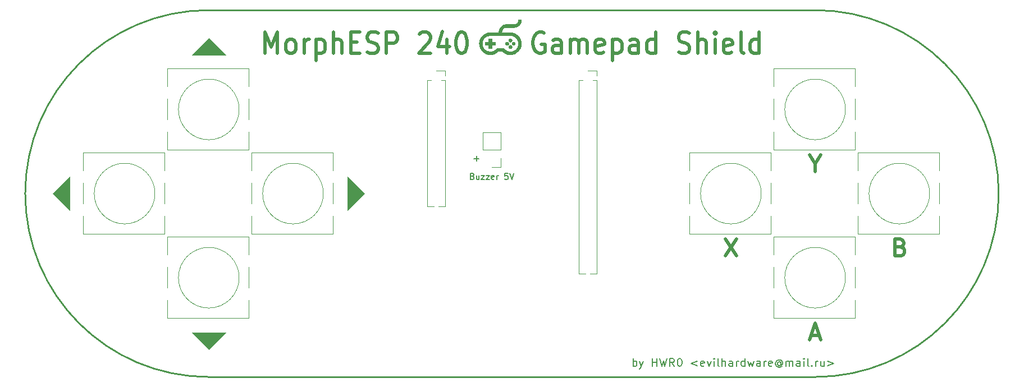
<source format=gbr>
%TF.GenerationSoftware,KiCad,Pcbnew,(5.1.8)-1*%
%TF.CreationDate,2020-11-24T01:58:45+03:00*%
%TF.ProjectId,mesp240_gamepadshield,6d657370-3234-4305-9f67-616d65706164,rev?*%
%TF.SameCoordinates,Original*%
%TF.FileFunction,Legend,Top*%
%TF.FilePolarity,Positive*%
%FSLAX46Y46*%
G04 Gerber Fmt 4.6, Leading zero omitted, Abs format (unit mm)*
G04 Created by KiCad (PCBNEW (5.1.8)-1) date 2020-11-24 01:58:45*
%MOMM*%
%LPD*%
G01*
G04 APERTURE LIST*
%ADD10C,0.100000*%
%ADD11C,0.500000*%
%ADD12C,0.250000*%
%ADD13C,0.150000*%
%ADD14C,0.200000*%
%ADD15C,0.120000*%
%ADD16C,0.010000*%
G04 APERTURE END LIST*
D10*
G36*
X95250000Y-130175000D02*
G01*
X92710000Y-127635000D01*
X97790000Y-127635000D01*
X95250000Y-130175000D01*
G37*
X95250000Y-130175000D02*
X92710000Y-127635000D01*
X97790000Y-127635000D01*
X95250000Y-130175000D01*
G36*
X118745000Y-106680000D02*
G01*
X116205000Y-109220000D01*
X116205000Y-104140000D01*
X118745000Y-106680000D01*
G37*
X118745000Y-106680000D02*
X116205000Y-109220000D01*
X116205000Y-104140000D01*
X118745000Y-106680000D01*
G36*
X97790000Y-85725000D02*
G01*
X92710000Y-85725000D01*
X95250000Y-83185000D01*
X97790000Y-85725000D01*
G37*
X97790000Y-85725000D02*
X92710000Y-85725000D01*
X95250000Y-83185000D01*
X97790000Y-85725000D01*
G36*
X74295000Y-109220000D02*
G01*
X71755000Y-106680000D01*
X74295000Y-104140000D01*
X74295000Y-109220000D01*
G37*
X74295000Y-109220000D02*
X71755000Y-106680000D01*
X74295000Y-104140000D01*
X74295000Y-109220000D01*
D11*
X186690000Y-102175476D02*
X186690000Y-103365952D01*
X185856666Y-100865952D02*
X186690000Y-102175476D01*
X187523333Y-100865952D01*
X199568571Y-114756428D02*
X199925714Y-114875476D01*
X200044761Y-114994523D01*
X200163809Y-115232619D01*
X200163809Y-115589761D01*
X200044761Y-115827857D01*
X199925714Y-115946904D01*
X199687619Y-116065952D01*
X198735238Y-116065952D01*
X198735238Y-113565952D01*
X199568571Y-113565952D01*
X199806666Y-113685000D01*
X199925714Y-113804047D01*
X200044761Y-114042142D01*
X200044761Y-114280238D01*
X199925714Y-114518333D01*
X199806666Y-114637380D01*
X199568571Y-114756428D01*
X198735238Y-114756428D01*
X186094761Y-128051666D02*
X187285238Y-128051666D01*
X185856666Y-128765952D02*
X186690000Y-126265952D01*
X187523333Y-128765952D01*
X173156666Y-113565952D02*
X174823333Y-116065952D01*
X174823333Y-113565952D02*
X173156666Y-116065952D01*
D12*
X95250000Y-134366000D02*
X186690000Y-134366000D01*
X95250000Y-78994000D02*
X186690000Y-78994000D01*
X186690000Y-78994000D02*
G75*
G02*
X186690000Y-134366000I0J-27686000D01*
G01*
X95250000Y-134366000D02*
G75*
G02*
X95250000Y-78994000I0J27686000D01*
G01*
D13*
X135255047Y-101417428D02*
X136016952Y-101417428D01*
X135636000Y-101798380D02*
X135636000Y-101036476D01*
X135029142Y-104075714D02*
X135157714Y-104118571D01*
X135200571Y-104161428D01*
X135243428Y-104247142D01*
X135243428Y-104375714D01*
X135200571Y-104461428D01*
X135157714Y-104504285D01*
X135072000Y-104547142D01*
X134729142Y-104547142D01*
X134729142Y-103647142D01*
X135029142Y-103647142D01*
X135114857Y-103690000D01*
X135157714Y-103732857D01*
X135200571Y-103818571D01*
X135200571Y-103904285D01*
X135157714Y-103990000D01*
X135114857Y-104032857D01*
X135029142Y-104075714D01*
X134729142Y-104075714D01*
X136014857Y-103947142D02*
X136014857Y-104547142D01*
X135629142Y-103947142D02*
X135629142Y-104418571D01*
X135672000Y-104504285D01*
X135757714Y-104547142D01*
X135886285Y-104547142D01*
X135972000Y-104504285D01*
X136014857Y-104461428D01*
X136357714Y-103947142D02*
X136829142Y-103947142D01*
X136357714Y-104547142D01*
X136829142Y-104547142D01*
X137086285Y-103947142D02*
X137557714Y-103947142D01*
X137086285Y-104547142D01*
X137557714Y-104547142D01*
X138243428Y-104504285D02*
X138157714Y-104547142D01*
X137986285Y-104547142D01*
X137900571Y-104504285D01*
X137857714Y-104418571D01*
X137857714Y-104075714D01*
X137900571Y-103990000D01*
X137986285Y-103947142D01*
X138157714Y-103947142D01*
X138243428Y-103990000D01*
X138286285Y-104075714D01*
X138286285Y-104161428D01*
X137857714Y-104247142D01*
X138672000Y-104547142D02*
X138672000Y-103947142D01*
X138672000Y-104118571D02*
X138714857Y-104032857D01*
X138757714Y-103990000D01*
X138843428Y-103947142D01*
X138929142Y-103947142D01*
X140343428Y-103647142D02*
X139914857Y-103647142D01*
X139872000Y-104075714D01*
X139914857Y-104032857D01*
X140000571Y-103990000D01*
X140214857Y-103990000D01*
X140300571Y-104032857D01*
X140343428Y-104075714D01*
X140386285Y-104161428D01*
X140386285Y-104375714D01*
X140343428Y-104461428D01*
X140300571Y-104504285D01*
X140214857Y-104547142D01*
X140000571Y-104547142D01*
X139914857Y-104504285D01*
X139872000Y-104461428D01*
X140643428Y-103647142D02*
X140943428Y-104547142D01*
X141243428Y-103647142D01*
D14*
X159228142Y-132749857D02*
X159228142Y-131549857D01*
X159228142Y-132007000D02*
X159342428Y-131949857D01*
X159571000Y-131949857D01*
X159685285Y-132007000D01*
X159742428Y-132064142D01*
X159799571Y-132178428D01*
X159799571Y-132521285D01*
X159742428Y-132635571D01*
X159685285Y-132692714D01*
X159571000Y-132749857D01*
X159342428Y-132749857D01*
X159228142Y-132692714D01*
X160199571Y-131949857D02*
X160485285Y-132749857D01*
X160771000Y-131949857D02*
X160485285Y-132749857D01*
X160371000Y-133035571D01*
X160313857Y-133092714D01*
X160199571Y-133149857D01*
X162142428Y-132749857D02*
X162142428Y-131549857D01*
X162142428Y-132121285D02*
X162828142Y-132121285D01*
X162828142Y-132749857D02*
X162828142Y-131549857D01*
X163285285Y-131549857D02*
X163571000Y-132749857D01*
X163799571Y-131892714D01*
X164028142Y-132749857D01*
X164313857Y-131549857D01*
X165456714Y-132749857D02*
X165056714Y-132178428D01*
X164771000Y-132749857D02*
X164771000Y-131549857D01*
X165228142Y-131549857D01*
X165342428Y-131607000D01*
X165399571Y-131664142D01*
X165456714Y-131778428D01*
X165456714Y-131949857D01*
X165399571Y-132064142D01*
X165342428Y-132121285D01*
X165228142Y-132178428D01*
X164771000Y-132178428D01*
X166199571Y-131549857D02*
X166313857Y-131549857D01*
X166428142Y-131607000D01*
X166485285Y-131664142D01*
X166542428Y-131778428D01*
X166599571Y-132007000D01*
X166599571Y-132292714D01*
X166542428Y-132521285D01*
X166485285Y-132635571D01*
X166428142Y-132692714D01*
X166313857Y-132749857D01*
X166199571Y-132749857D01*
X166085285Y-132692714D01*
X166028142Y-132635571D01*
X165971000Y-132521285D01*
X165913857Y-132292714D01*
X165913857Y-132007000D01*
X165971000Y-131778428D01*
X166028142Y-131664142D01*
X166085285Y-131607000D01*
X166199571Y-131549857D01*
X168942428Y-131949857D02*
X168028142Y-132292714D01*
X168942428Y-132635571D01*
X169971000Y-132692714D02*
X169856714Y-132749857D01*
X169628142Y-132749857D01*
X169513857Y-132692714D01*
X169456714Y-132578428D01*
X169456714Y-132121285D01*
X169513857Y-132007000D01*
X169628142Y-131949857D01*
X169856714Y-131949857D01*
X169971000Y-132007000D01*
X170028142Y-132121285D01*
X170028142Y-132235571D01*
X169456714Y-132349857D01*
X170428142Y-131949857D02*
X170713857Y-132749857D01*
X170999571Y-131949857D01*
X171456714Y-132749857D02*
X171456714Y-131949857D01*
X171456714Y-131549857D02*
X171399571Y-131607000D01*
X171456714Y-131664142D01*
X171513857Y-131607000D01*
X171456714Y-131549857D01*
X171456714Y-131664142D01*
X172199571Y-132749857D02*
X172085285Y-132692714D01*
X172028142Y-132578428D01*
X172028142Y-131549857D01*
X172656714Y-132749857D02*
X172656714Y-131549857D01*
X173171000Y-132749857D02*
X173171000Y-132121285D01*
X173113857Y-132007000D01*
X172999571Y-131949857D01*
X172828142Y-131949857D01*
X172713857Y-132007000D01*
X172656714Y-132064142D01*
X174256714Y-132749857D02*
X174256714Y-132121285D01*
X174199571Y-132007000D01*
X174085285Y-131949857D01*
X173856714Y-131949857D01*
X173742428Y-132007000D01*
X174256714Y-132692714D02*
X174142428Y-132749857D01*
X173856714Y-132749857D01*
X173742428Y-132692714D01*
X173685285Y-132578428D01*
X173685285Y-132464142D01*
X173742428Y-132349857D01*
X173856714Y-132292714D01*
X174142428Y-132292714D01*
X174256714Y-132235571D01*
X174828142Y-132749857D02*
X174828142Y-131949857D01*
X174828142Y-132178428D02*
X174885285Y-132064142D01*
X174942428Y-132007000D01*
X175056714Y-131949857D01*
X175171000Y-131949857D01*
X176085285Y-132749857D02*
X176085285Y-131549857D01*
X176085285Y-132692714D02*
X175971000Y-132749857D01*
X175742428Y-132749857D01*
X175628142Y-132692714D01*
X175571000Y-132635571D01*
X175513857Y-132521285D01*
X175513857Y-132178428D01*
X175571000Y-132064142D01*
X175628142Y-132007000D01*
X175742428Y-131949857D01*
X175971000Y-131949857D01*
X176085285Y-132007000D01*
X176542428Y-131949857D02*
X176771000Y-132749857D01*
X176999571Y-132178428D01*
X177228142Y-132749857D01*
X177456714Y-131949857D01*
X178428142Y-132749857D02*
X178428142Y-132121285D01*
X178371000Y-132007000D01*
X178256714Y-131949857D01*
X178028142Y-131949857D01*
X177913857Y-132007000D01*
X178428142Y-132692714D02*
X178313857Y-132749857D01*
X178028142Y-132749857D01*
X177913857Y-132692714D01*
X177856714Y-132578428D01*
X177856714Y-132464142D01*
X177913857Y-132349857D01*
X178028142Y-132292714D01*
X178313857Y-132292714D01*
X178428142Y-132235571D01*
X178999571Y-132749857D02*
X178999571Y-131949857D01*
X178999571Y-132178428D02*
X179056714Y-132064142D01*
X179113857Y-132007000D01*
X179228142Y-131949857D01*
X179342428Y-131949857D01*
X180199571Y-132692714D02*
X180085285Y-132749857D01*
X179856714Y-132749857D01*
X179742428Y-132692714D01*
X179685285Y-132578428D01*
X179685285Y-132121285D01*
X179742428Y-132007000D01*
X179856714Y-131949857D01*
X180085285Y-131949857D01*
X180199571Y-132007000D01*
X180256714Y-132121285D01*
X180256714Y-132235571D01*
X179685285Y-132349857D01*
X181513857Y-132178428D02*
X181456714Y-132121285D01*
X181342428Y-132064142D01*
X181228142Y-132064142D01*
X181113857Y-132121285D01*
X181056714Y-132178428D01*
X180999571Y-132292714D01*
X180999571Y-132407000D01*
X181056714Y-132521285D01*
X181113857Y-132578428D01*
X181228142Y-132635571D01*
X181342428Y-132635571D01*
X181456714Y-132578428D01*
X181513857Y-132521285D01*
X181513857Y-132064142D02*
X181513857Y-132521285D01*
X181571000Y-132578428D01*
X181628142Y-132578428D01*
X181742428Y-132521285D01*
X181799571Y-132407000D01*
X181799571Y-132121285D01*
X181685285Y-131949857D01*
X181513857Y-131835571D01*
X181285285Y-131778428D01*
X181056714Y-131835571D01*
X180885285Y-131949857D01*
X180771000Y-132121285D01*
X180713857Y-132349857D01*
X180771000Y-132578428D01*
X180885285Y-132749857D01*
X181056714Y-132864142D01*
X181285285Y-132921285D01*
X181513857Y-132864142D01*
X181685285Y-132749857D01*
X182313857Y-132749857D02*
X182313857Y-131949857D01*
X182313857Y-132064142D02*
X182371000Y-132007000D01*
X182485285Y-131949857D01*
X182656714Y-131949857D01*
X182771000Y-132007000D01*
X182828142Y-132121285D01*
X182828142Y-132749857D01*
X182828142Y-132121285D02*
X182885285Y-132007000D01*
X182999571Y-131949857D01*
X183171000Y-131949857D01*
X183285285Y-132007000D01*
X183342428Y-132121285D01*
X183342428Y-132749857D01*
X184428142Y-132749857D02*
X184428142Y-132121285D01*
X184371000Y-132007000D01*
X184256714Y-131949857D01*
X184028142Y-131949857D01*
X183913857Y-132007000D01*
X184428142Y-132692714D02*
X184313857Y-132749857D01*
X184028142Y-132749857D01*
X183913857Y-132692714D01*
X183856714Y-132578428D01*
X183856714Y-132464142D01*
X183913857Y-132349857D01*
X184028142Y-132292714D01*
X184313857Y-132292714D01*
X184428142Y-132235571D01*
X184999571Y-132749857D02*
X184999571Y-131949857D01*
X184999571Y-131549857D02*
X184942428Y-131607000D01*
X184999571Y-131664142D01*
X185056714Y-131607000D01*
X184999571Y-131549857D01*
X184999571Y-131664142D01*
X185742428Y-132749857D02*
X185628142Y-132692714D01*
X185571000Y-132578428D01*
X185571000Y-131549857D01*
X186199571Y-132635571D02*
X186256714Y-132692714D01*
X186199571Y-132749857D01*
X186142428Y-132692714D01*
X186199571Y-132635571D01*
X186199571Y-132749857D01*
X186771000Y-132749857D02*
X186771000Y-131949857D01*
X186771000Y-132178428D02*
X186828142Y-132064142D01*
X186885285Y-132007000D01*
X186999571Y-131949857D01*
X187113857Y-131949857D01*
X188028142Y-131949857D02*
X188028142Y-132749857D01*
X187513857Y-131949857D02*
X187513857Y-132578428D01*
X187571000Y-132692714D01*
X187685285Y-132749857D01*
X187856714Y-132749857D01*
X187971000Y-132692714D01*
X188028142Y-132635571D01*
X188599571Y-131949857D02*
X189513857Y-132292714D01*
X188599571Y-132635571D01*
D11*
X103684285Y-85521619D02*
X103684285Y-82321619D01*
X104650952Y-84607333D01*
X105617619Y-82321619D01*
X105617619Y-85521619D01*
X107412857Y-85521619D02*
X107136666Y-85369238D01*
X106998571Y-85216857D01*
X106860476Y-84912095D01*
X106860476Y-83997809D01*
X106998571Y-83693047D01*
X107136666Y-83540666D01*
X107412857Y-83388285D01*
X107827142Y-83388285D01*
X108103333Y-83540666D01*
X108241428Y-83693047D01*
X108379523Y-83997809D01*
X108379523Y-84912095D01*
X108241428Y-85216857D01*
X108103333Y-85369238D01*
X107827142Y-85521619D01*
X107412857Y-85521619D01*
X109622380Y-85521619D02*
X109622380Y-83388285D01*
X109622380Y-83997809D02*
X109760476Y-83693047D01*
X109898571Y-83540666D01*
X110174761Y-83388285D01*
X110450952Y-83388285D01*
X111417619Y-83388285D02*
X111417619Y-86588285D01*
X111417619Y-83540666D02*
X111693809Y-83388285D01*
X112246190Y-83388285D01*
X112522380Y-83540666D01*
X112660476Y-83693047D01*
X112798571Y-83997809D01*
X112798571Y-84912095D01*
X112660476Y-85216857D01*
X112522380Y-85369238D01*
X112246190Y-85521619D01*
X111693809Y-85521619D01*
X111417619Y-85369238D01*
X114041428Y-85521619D02*
X114041428Y-82321619D01*
X115284285Y-85521619D02*
X115284285Y-83845428D01*
X115146190Y-83540666D01*
X114870000Y-83388285D01*
X114455714Y-83388285D01*
X114179523Y-83540666D01*
X114041428Y-83693047D01*
X116665238Y-83845428D02*
X117631904Y-83845428D01*
X118046190Y-85521619D02*
X116665238Y-85521619D01*
X116665238Y-82321619D01*
X118046190Y-82321619D01*
X119150952Y-85369238D02*
X119565238Y-85521619D01*
X120255714Y-85521619D01*
X120531904Y-85369238D01*
X120670000Y-85216857D01*
X120808095Y-84912095D01*
X120808095Y-84607333D01*
X120670000Y-84302571D01*
X120531904Y-84150190D01*
X120255714Y-83997809D01*
X119703333Y-83845428D01*
X119427142Y-83693047D01*
X119289047Y-83540666D01*
X119150952Y-83235904D01*
X119150952Y-82931142D01*
X119289047Y-82626380D01*
X119427142Y-82474000D01*
X119703333Y-82321619D01*
X120393809Y-82321619D01*
X120808095Y-82474000D01*
X122050952Y-85521619D02*
X122050952Y-82321619D01*
X123155714Y-82321619D01*
X123431904Y-82474000D01*
X123570000Y-82626380D01*
X123708095Y-82931142D01*
X123708095Y-83388285D01*
X123570000Y-83693047D01*
X123431904Y-83845428D01*
X123155714Y-83997809D01*
X122050952Y-83997809D01*
X127022380Y-82626380D02*
X127160476Y-82474000D01*
X127436666Y-82321619D01*
X128127142Y-82321619D01*
X128403333Y-82474000D01*
X128541428Y-82626380D01*
X128679523Y-82931142D01*
X128679523Y-83235904D01*
X128541428Y-83693047D01*
X126884285Y-85521619D01*
X128679523Y-85521619D01*
X131165238Y-83388285D02*
X131165238Y-85521619D01*
X130474761Y-82169238D02*
X129784285Y-84454952D01*
X131579523Y-84454952D01*
X133236666Y-82321619D02*
X133512857Y-82321619D01*
X133789047Y-82474000D01*
X133927142Y-82626380D01*
X134065238Y-82931142D01*
X134203333Y-83540666D01*
X134203333Y-84302571D01*
X134065238Y-84912095D01*
X133927142Y-85216857D01*
X133789047Y-85369238D01*
X133512857Y-85521619D01*
X133236666Y-85521619D01*
X132960476Y-85369238D01*
X132822380Y-85216857D01*
X132684285Y-84912095D01*
X132546190Y-84302571D01*
X132546190Y-83540666D01*
X132684285Y-82931142D01*
X132822380Y-82626380D01*
X132960476Y-82474000D01*
X133236666Y-82321619D01*
X145803333Y-82474000D02*
X145527142Y-82321619D01*
X145112857Y-82321619D01*
X144698571Y-82474000D01*
X144422380Y-82778761D01*
X144284285Y-83083523D01*
X144146190Y-83693047D01*
X144146190Y-84150190D01*
X144284285Y-84759714D01*
X144422380Y-85064476D01*
X144698571Y-85369238D01*
X145112857Y-85521619D01*
X145389047Y-85521619D01*
X145803333Y-85369238D01*
X145941428Y-85216857D01*
X145941428Y-84150190D01*
X145389047Y-84150190D01*
X148427142Y-85521619D02*
X148427142Y-83845428D01*
X148289047Y-83540666D01*
X148012857Y-83388285D01*
X147460476Y-83388285D01*
X147184285Y-83540666D01*
X148427142Y-85369238D02*
X148150952Y-85521619D01*
X147460476Y-85521619D01*
X147184285Y-85369238D01*
X147046190Y-85064476D01*
X147046190Y-84759714D01*
X147184285Y-84454952D01*
X147460476Y-84302571D01*
X148150952Y-84302571D01*
X148427142Y-84150190D01*
X149808095Y-85521619D02*
X149808095Y-83388285D01*
X149808095Y-83693047D02*
X149946190Y-83540666D01*
X150222380Y-83388285D01*
X150636666Y-83388285D01*
X150912857Y-83540666D01*
X151050952Y-83845428D01*
X151050952Y-85521619D01*
X151050952Y-83845428D02*
X151189047Y-83540666D01*
X151465238Y-83388285D01*
X151879523Y-83388285D01*
X152155714Y-83540666D01*
X152293809Y-83845428D01*
X152293809Y-85521619D01*
X154779523Y-85369238D02*
X154503333Y-85521619D01*
X153950952Y-85521619D01*
X153674761Y-85369238D01*
X153536666Y-85064476D01*
X153536666Y-83845428D01*
X153674761Y-83540666D01*
X153950952Y-83388285D01*
X154503333Y-83388285D01*
X154779523Y-83540666D01*
X154917619Y-83845428D01*
X154917619Y-84150190D01*
X153536666Y-84454952D01*
X156160476Y-83388285D02*
X156160476Y-86588285D01*
X156160476Y-83540666D02*
X156436666Y-83388285D01*
X156989047Y-83388285D01*
X157265238Y-83540666D01*
X157403333Y-83693047D01*
X157541428Y-83997809D01*
X157541428Y-84912095D01*
X157403333Y-85216857D01*
X157265238Y-85369238D01*
X156989047Y-85521619D01*
X156436666Y-85521619D01*
X156160476Y-85369238D01*
X160027142Y-85521619D02*
X160027142Y-83845428D01*
X159889047Y-83540666D01*
X159612857Y-83388285D01*
X159060476Y-83388285D01*
X158784285Y-83540666D01*
X160027142Y-85369238D02*
X159750952Y-85521619D01*
X159060476Y-85521619D01*
X158784285Y-85369238D01*
X158646190Y-85064476D01*
X158646190Y-84759714D01*
X158784285Y-84454952D01*
X159060476Y-84302571D01*
X159750952Y-84302571D01*
X160027142Y-84150190D01*
X162650952Y-85521619D02*
X162650952Y-82321619D01*
X162650952Y-85369238D02*
X162374761Y-85521619D01*
X161822380Y-85521619D01*
X161546190Y-85369238D01*
X161408095Y-85216857D01*
X161269999Y-84912095D01*
X161269999Y-83997809D01*
X161408095Y-83693047D01*
X161546190Y-83540666D01*
X161822380Y-83388285D01*
X162374761Y-83388285D01*
X162650952Y-83540666D01*
X166103333Y-85369238D02*
X166517619Y-85521619D01*
X167208095Y-85521619D01*
X167484285Y-85369238D01*
X167622380Y-85216857D01*
X167760476Y-84912095D01*
X167760476Y-84607333D01*
X167622380Y-84302571D01*
X167484285Y-84150190D01*
X167208095Y-83997809D01*
X166655714Y-83845428D01*
X166379523Y-83693047D01*
X166241428Y-83540666D01*
X166103333Y-83235904D01*
X166103333Y-82931142D01*
X166241428Y-82626380D01*
X166379523Y-82474000D01*
X166655714Y-82321619D01*
X167346190Y-82321619D01*
X167760476Y-82474000D01*
X169003333Y-85521619D02*
X169003333Y-82321619D01*
X170246190Y-85521619D02*
X170246190Y-83845428D01*
X170108095Y-83540666D01*
X169831904Y-83388285D01*
X169417619Y-83388285D01*
X169141428Y-83540666D01*
X169003333Y-83693047D01*
X171627142Y-85521619D02*
X171627142Y-83388285D01*
X171627142Y-82321619D02*
X171489047Y-82474000D01*
X171627142Y-82626380D01*
X171765238Y-82474000D01*
X171627142Y-82321619D01*
X171627142Y-82626380D01*
X174112857Y-85369238D02*
X173836666Y-85521619D01*
X173284285Y-85521619D01*
X173008095Y-85369238D01*
X172869999Y-85064476D01*
X172869999Y-83845428D01*
X173008095Y-83540666D01*
X173284285Y-83388285D01*
X173836666Y-83388285D01*
X174112857Y-83540666D01*
X174250952Y-83845428D01*
X174250952Y-84150190D01*
X172869999Y-84454952D01*
X175908095Y-85521619D02*
X175631904Y-85369238D01*
X175493809Y-85064476D01*
X175493809Y-82321619D01*
X178255714Y-85521619D02*
X178255714Y-82321619D01*
X178255714Y-85369238D02*
X177979523Y-85521619D01*
X177427142Y-85521619D01*
X177150952Y-85369238D01*
X177012857Y-85216857D01*
X176874761Y-84912095D01*
X176874761Y-83997809D01*
X177012857Y-83693047D01*
X177150952Y-83540666D01*
X177427142Y-83388285D01*
X177979523Y-83388285D01*
X178255714Y-83540666D01*
D15*
%TO.C,SW8*%
X180440000Y-113190000D02*
X192740000Y-113190000D01*
X192740000Y-117770000D02*
X192740000Y-120910000D01*
X192740000Y-125490000D02*
X180440000Y-125490000D01*
X180440000Y-115910000D02*
X180440000Y-113190000D01*
X191269050Y-119380000D02*
G75*
G03*
X191269050Y-119380000I-4579050J0D01*
G01*
X180440000Y-125490000D02*
X180440000Y-122770000D01*
X180440000Y-120910000D02*
X180440000Y-117770000D01*
X192740000Y-122770000D02*
X192740000Y-125490000D01*
X192740000Y-113190000D02*
X192740000Y-115910000D01*
%TO.C,SW7*%
X180440000Y-87790000D02*
X192740000Y-87790000D01*
X192740000Y-92370000D02*
X192740000Y-95510000D01*
X192740000Y-100090000D02*
X180440000Y-100090000D01*
X180440000Y-90510000D02*
X180440000Y-87790000D01*
X191269050Y-93980000D02*
G75*
G03*
X191269050Y-93980000I-4579050J0D01*
G01*
X180440000Y-100090000D02*
X180440000Y-97370000D01*
X180440000Y-95510000D02*
X180440000Y-92370000D01*
X192740000Y-97370000D02*
X192740000Y-100090000D01*
X192740000Y-87790000D02*
X192740000Y-90510000D01*
%TO.C,SW6*%
X167740000Y-100490000D02*
X180040000Y-100490000D01*
X180040000Y-105070000D02*
X180040000Y-108210000D01*
X180040000Y-112790000D02*
X167740000Y-112790000D01*
X167740000Y-103210000D02*
X167740000Y-100490000D01*
X178569050Y-106680000D02*
G75*
G03*
X178569050Y-106680000I-4579050J0D01*
G01*
X167740000Y-112790000D02*
X167740000Y-110070000D01*
X167740000Y-108210000D02*
X167740000Y-105070000D01*
X180040000Y-110070000D02*
X180040000Y-112790000D01*
X180040000Y-100490000D02*
X180040000Y-103210000D01*
%TO.C,SW5*%
X193140000Y-100490000D02*
X205440000Y-100490000D01*
X205440000Y-105070000D02*
X205440000Y-108210000D01*
X205440000Y-112790000D02*
X193140000Y-112790000D01*
X193140000Y-103210000D02*
X193140000Y-100490000D01*
X203969050Y-106680000D02*
G75*
G03*
X203969050Y-106680000I-4579050J0D01*
G01*
X193140000Y-112790000D02*
X193140000Y-110070000D01*
X193140000Y-108210000D02*
X193140000Y-105070000D01*
X205440000Y-110070000D02*
X205440000Y-112790000D01*
X205440000Y-100490000D02*
X205440000Y-103210000D01*
%TO.C,SW4*%
X89000000Y-87790000D02*
X101300000Y-87790000D01*
X101300000Y-92370000D02*
X101300000Y-95510000D01*
X101300000Y-100090000D02*
X89000000Y-100090000D01*
X89000000Y-90510000D02*
X89000000Y-87790000D01*
X99829050Y-93980000D02*
G75*
G03*
X99829050Y-93980000I-4579050J0D01*
G01*
X89000000Y-100090000D02*
X89000000Y-97370000D01*
X89000000Y-95510000D02*
X89000000Y-92370000D01*
X101300000Y-97370000D02*
X101300000Y-100090000D01*
X101300000Y-87790000D02*
X101300000Y-90510000D01*
%TO.C,SW3*%
X101700000Y-100490000D02*
X114000000Y-100490000D01*
X114000000Y-105070000D02*
X114000000Y-108210000D01*
X114000000Y-112790000D02*
X101700000Y-112790000D01*
X101700000Y-103210000D02*
X101700000Y-100490000D01*
X112529050Y-106680000D02*
G75*
G03*
X112529050Y-106680000I-4579050J0D01*
G01*
X101700000Y-112790000D02*
X101700000Y-110070000D01*
X101700000Y-108210000D02*
X101700000Y-105070000D01*
X114000000Y-110070000D02*
X114000000Y-112790000D01*
X114000000Y-100490000D02*
X114000000Y-103210000D01*
%TO.C,SW2*%
X76300000Y-100490000D02*
X88600000Y-100490000D01*
X88600000Y-105070000D02*
X88600000Y-108210000D01*
X88600000Y-112790000D02*
X76300000Y-112790000D01*
X76300000Y-103210000D02*
X76300000Y-100490000D01*
X87129050Y-106680000D02*
G75*
G03*
X87129050Y-106680000I-4579050J0D01*
G01*
X76300000Y-112790000D02*
X76300000Y-110070000D01*
X76300000Y-108210000D02*
X76300000Y-105070000D01*
X88600000Y-110070000D02*
X88600000Y-112790000D01*
X88600000Y-100490000D02*
X88600000Y-103210000D01*
%TO.C,SW1*%
X89000000Y-113190000D02*
X101300000Y-113190000D01*
X101300000Y-117770000D02*
X101300000Y-120910000D01*
X101300000Y-125490000D02*
X89000000Y-125490000D01*
X89000000Y-115910000D02*
X89000000Y-113190000D01*
X99829050Y-119380000D02*
G75*
G03*
X99829050Y-119380000I-4579050J0D01*
G01*
X89000000Y-125490000D02*
X89000000Y-122770000D01*
X89000000Y-120910000D02*
X89000000Y-117770000D01*
X101300000Y-122770000D02*
X101300000Y-125490000D01*
X101300000Y-113190000D02*
X101300000Y-115910000D01*
D16*
%TO.C,G\u002A\u002A\u002A*%
G36*
X140132999Y-82372805D02*
G01*
X140218564Y-82372838D01*
X140296998Y-82372898D01*
X140368636Y-82372989D01*
X140433815Y-82373110D01*
X140492872Y-82373263D01*
X140546143Y-82373449D01*
X140593965Y-82373669D01*
X140636674Y-82373926D01*
X140674607Y-82374219D01*
X140708099Y-82374551D01*
X140737488Y-82374922D01*
X140763111Y-82375334D01*
X140785302Y-82375788D01*
X140804400Y-82376284D01*
X140820740Y-82376826D01*
X140834659Y-82377413D01*
X140846493Y-82378047D01*
X140856579Y-82378729D01*
X140865254Y-82379461D01*
X140868400Y-82379767D01*
X140996277Y-82397741D01*
X141121413Y-82425369D01*
X141243363Y-82462406D01*
X141361680Y-82508609D01*
X141475919Y-82563735D01*
X141585635Y-82627538D01*
X141690382Y-82699777D01*
X141789713Y-82780206D01*
X141883183Y-82868582D01*
X141970347Y-82964661D01*
X141996872Y-82997040D01*
X142072547Y-83099748D01*
X142139448Y-83207149D01*
X142197501Y-83318689D01*
X142246632Y-83433813D01*
X142286766Y-83551965D01*
X142317830Y-83672591D01*
X142339749Y-83795136D01*
X142352449Y-83919045D01*
X142355856Y-84043764D01*
X142349895Y-84168737D01*
X142334493Y-84293409D01*
X142309575Y-84417227D01*
X142275067Y-84539634D01*
X142230895Y-84660076D01*
X142222076Y-84681121D01*
X142167510Y-84796099D01*
X142104403Y-84905995D01*
X142033234Y-85010391D01*
X141954483Y-85108869D01*
X141868629Y-85201010D01*
X141776152Y-85286396D01*
X141677532Y-85364609D01*
X141573246Y-85435229D01*
X141463777Y-85497839D01*
X141349602Y-85552021D01*
X141231201Y-85597355D01*
X141140180Y-85625225D01*
X141115443Y-85632015D01*
X141093799Y-85637840D01*
X141074267Y-85642772D01*
X141055868Y-85646879D01*
X141037621Y-85650233D01*
X141018546Y-85652901D01*
X140997664Y-85654955D01*
X140973993Y-85656465D01*
X140946554Y-85657499D01*
X140914366Y-85658129D01*
X140876450Y-85658424D01*
X140831825Y-85658453D01*
X140779511Y-85658287D01*
X140718529Y-85657996D01*
X140682980Y-85657818D01*
X140373100Y-85656285D01*
X140299913Y-85636878D01*
X140172624Y-85598600D01*
X140052289Y-85553077D01*
X139938598Y-85500171D01*
X139831246Y-85439742D01*
X139763500Y-85395523D01*
X139730853Y-85372041D01*
X139694041Y-85344031D01*
X139655714Y-85313626D01*
X139618523Y-85282959D01*
X139585117Y-85254164D01*
X139563838Y-85234795D01*
X139523321Y-85196680D01*
X138855328Y-85196680D01*
X138817478Y-85230970D01*
X138715699Y-85317638D01*
X138612395Y-85394480D01*
X138507027Y-85461781D01*
X138399055Y-85519824D01*
X138287941Y-85568896D01*
X138173144Y-85609281D01*
X138054126Y-85641264D01*
X138032122Y-85646171D01*
X137972972Y-85658960D01*
X137671896Y-85658595D01*
X137370820Y-85658231D01*
X137314940Y-85645418D01*
X137189514Y-85611590D01*
X137068350Y-85568782D01*
X136951826Y-85517352D01*
X136840321Y-85457659D01*
X136734214Y-85390062D01*
X136633884Y-85314919D01*
X136539710Y-85232590D01*
X136452070Y-85143433D01*
X136371344Y-85047806D01*
X136297910Y-84946068D01*
X136232147Y-84838579D01*
X136174434Y-84725696D01*
X136125151Y-84607778D01*
X136084674Y-84485185D01*
X136082894Y-84478958D01*
X136056333Y-84371848D01*
X136037021Y-84262403D01*
X136029353Y-84201026D01*
X136025759Y-84157193D01*
X136023518Y-84106532D01*
X136022589Y-84051444D01*
X136022742Y-84025740D01*
X136461711Y-84025740D01*
X136462128Y-84079737D01*
X136463732Y-84126330D01*
X136466831Y-84168238D01*
X136471730Y-84208179D01*
X136478737Y-84248869D01*
X136488159Y-84293028D01*
X136495245Y-84322920D01*
X136524148Y-84421111D01*
X136562505Y-84518321D01*
X136609619Y-84613189D01*
X136664792Y-84704360D01*
X136727324Y-84790475D01*
X136750017Y-84818220D01*
X136821052Y-84894881D01*
X136899313Y-84965334D01*
X136983834Y-85029059D01*
X137073650Y-85085533D01*
X137167795Y-85134236D01*
X137265305Y-85174646D01*
X137365212Y-85206242D01*
X137466551Y-85228503D01*
X137525760Y-85236949D01*
X137549128Y-85239616D01*
X137570704Y-85242087D01*
X137587089Y-85243973D01*
X137591800Y-85244519D01*
X137609080Y-85245590D01*
X137634327Y-85245923D01*
X137665380Y-85245599D01*
X137700079Y-85244702D01*
X137736265Y-85243311D01*
X137771776Y-85241509D01*
X137804453Y-85239377D01*
X137832135Y-85236998D01*
X137850880Y-85234729D01*
X137961046Y-85213400D01*
X138066485Y-85183215D01*
X138167743Y-85143943D01*
X138265369Y-85095355D01*
X138359909Y-85037220D01*
X138416605Y-84996740D01*
X138447657Y-84971963D01*
X138481765Y-84942349D01*
X138516980Y-84909791D01*
X138551350Y-84876185D01*
X138582924Y-84843424D01*
X138609752Y-84813403D01*
X138625580Y-84793832D01*
X138650980Y-84760384D01*
X139723168Y-84759800D01*
X139761114Y-84806123D01*
X139814842Y-84866301D01*
X139876407Y-84925774D01*
X139943555Y-84982629D01*
X140014034Y-85034955D01*
X140082198Y-85078829D01*
X140175931Y-85128684D01*
X140275415Y-85170388D01*
X140380087Y-85203747D01*
X140489382Y-85228569D01*
X140548360Y-85238110D01*
X140580408Y-85241388D01*
X140620028Y-85243558D01*
X140664693Y-85244644D01*
X140711878Y-85244667D01*
X140759057Y-85243650D01*
X140803704Y-85241615D01*
X140843293Y-85238584D01*
X140870940Y-85235263D01*
X140979898Y-85213926D01*
X141085492Y-85183310D01*
X141187199Y-85143796D01*
X141284497Y-85095766D01*
X141376866Y-85039601D01*
X141463783Y-84975683D01*
X141544725Y-84904394D01*
X141619173Y-84826115D01*
X141686603Y-84741227D01*
X141746494Y-84650113D01*
X141795445Y-84559140D01*
X141839447Y-84456860D01*
X141873715Y-84352282D01*
X141898257Y-84245983D01*
X141913084Y-84138545D01*
X141918204Y-84030545D01*
X141913627Y-83922564D01*
X141899362Y-83815179D01*
X141875418Y-83708972D01*
X141841805Y-83604520D01*
X141798533Y-83502404D01*
X141777783Y-83460929D01*
X141722696Y-83366475D01*
X141659750Y-83278051D01*
X141589524Y-83196040D01*
X141512595Y-83120827D01*
X141429540Y-83052798D01*
X141340936Y-82992335D01*
X141247362Y-82939824D01*
X141149394Y-82895650D01*
X141047610Y-82860197D01*
X140942588Y-82833850D01*
X140834905Y-82816993D01*
X140806718Y-82814227D01*
X140796777Y-82813629D01*
X140781202Y-82813075D01*
X140759766Y-82812564D01*
X140732239Y-82812097D01*
X140698394Y-82811671D01*
X140658000Y-82811288D01*
X140610829Y-82810946D01*
X140556653Y-82810644D01*
X140495243Y-82810383D01*
X140426370Y-82810161D01*
X140349805Y-82809978D01*
X140265320Y-82809834D01*
X140172686Y-82809727D01*
X140071674Y-82809658D01*
X139962056Y-82809625D01*
X139843602Y-82809629D01*
X139716084Y-82809668D01*
X139579273Y-82809742D01*
X139432941Y-82809851D01*
X139276859Y-82809993D01*
X139146280Y-82810130D01*
X138993598Y-82810290D01*
X138850729Y-82810430D01*
X138717322Y-82810556D01*
X138593029Y-82810677D01*
X138477502Y-82810799D01*
X138370391Y-82810929D01*
X138271349Y-82811076D01*
X138180026Y-82811246D01*
X138096074Y-82811447D01*
X138019145Y-82811686D01*
X137948890Y-82811971D01*
X137884959Y-82812308D01*
X137827005Y-82812705D01*
X137774679Y-82813170D01*
X137727632Y-82813710D01*
X137685516Y-82814332D01*
X137647982Y-82815043D01*
X137614681Y-82815852D01*
X137585265Y-82816764D01*
X137559385Y-82817788D01*
X137536693Y-82818931D01*
X137516840Y-82820200D01*
X137499476Y-82821603D01*
X137484255Y-82823146D01*
X137470827Y-82824838D01*
X137458843Y-82826685D01*
X137447955Y-82828696D01*
X137437814Y-82830876D01*
X137428071Y-82833234D01*
X137418379Y-82835777D01*
X137408387Y-82838513D01*
X137397749Y-82841448D01*
X137386115Y-82844590D01*
X137375172Y-82847432D01*
X137270660Y-82879116D01*
X137170289Y-82919799D01*
X137074536Y-82969003D01*
X136983880Y-83026249D01*
X136898800Y-83091058D01*
X136819773Y-83162953D01*
X136747279Y-83241454D01*
X136681795Y-83326083D01*
X136623801Y-83416362D01*
X136573775Y-83511813D01*
X136532195Y-83611956D01*
X136499540Y-83716314D01*
X136497210Y-83725292D01*
X136485731Y-83772544D01*
X136476911Y-83814985D01*
X136470436Y-83855260D01*
X136465994Y-83896015D01*
X136463272Y-83939897D01*
X136461958Y-83989553D01*
X136461711Y-84025740D01*
X136022742Y-84025740D01*
X136022929Y-83994332D01*
X136024497Y-83937598D01*
X136027252Y-83883644D01*
X136031152Y-83834872D01*
X136036156Y-83793684D01*
X136036429Y-83791899D01*
X136060820Y-83663243D01*
X136093388Y-83540240D01*
X136134461Y-83422124D01*
X136184368Y-83308132D01*
X136243437Y-83197498D01*
X136311996Y-83089459D01*
X136375641Y-83002120D01*
X136400912Y-82971247D01*
X136432344Y-82935805D01*
X136468159Y-82897570D01*
X136506582Y-82858319D01*
X136545838Y-82819826D01*
X136584149Y-82783868D01*
X136619741Y-82752220D01*
X136650838Y-82726659D01*
X136652000Y-82725761D01*
X136755718Y-82650937D01*
X136860927Y-82585587D01*
X136968618Y-82529284D01*
X137079783Y-82481602D01*
X137195416Y-82442115D01*
X137316509Y-82410398D01*
X137443337Y-82386138D01*
X137513060Y-82375029D01*
X139151360Y-82373414D01*
X139306091Y-82373265D01*
X139451000Y-82373134D01*
X139586421Y-82373023D01*
X139712692Y-82372933D01*
X139830149Y-82372865D01*
X139939128Y-82372820D01*
X140039966Y-82372800D01*
X140132999Y-82372805D01*
G37*
X140132999Y-82372805D02*
X140218564Y-82372838D01*
X140296998Y-82372898D01*
X140368636Y-82372989D01*
X140433815Y-82373110D01*
X140492872Y-82373263D01*
X140546143Y-82373449D01*
X140593965Y-82373669D01*
X140636674Y-82373926D01*
X140674607Y-82374219D01*
X140708099Y-82374551D01*
X140737488Y-82374922D01*
X140763111Y-82375334D01*
X140785302Y-82375788D01*
X140804400Y-82376284D01*
X140820740Y-82376826D01*
X140834659Y-82377413D01*
X140846493Y-82378047D01*
X140856579Y-82378729D01*
X140865254Y-82379461D01*
X140868400Y-82379767D01*
X140996277Y-82397741D01*
X141121413Y-82425369D01*
X141243363Y-82462406D01*
X141361680Y-82508609D01*
X141475919Y-82563735D01*
X141585635Y-82627538D01*
X141690382Y-82699777D01*
X141789713Y-82780206D01*
X141883183Y-82868582D01*
X141970347Y-82964661D01*
X141996872Y-82997040D01*
X142072547Y-83099748D01*
X142139448Y-83207149D01*
X142197501Y-83318689D01*
X142246632Y-83433813D01*
X142286766Y-83551965D01*
X142317830Y-83672591D01*
X142339749Y-83795136D01*
X142352449Y-83919045D01*
X142355856Y-84043764D01*
X142349895Y-84168737D01*
X142334493Y-84293409D01*
X142309575Y-84417227D01*
X142275067Y-84539634D01*
X142230895Y-84660076D01*
X142222076Y-84681121D01*
X142167510Y-84796099D01*
X142104403Y-84905995D01*
X142033234Y-85010391D01*
X141954483Y-85108869D01*
X141868629Y-85201010D01*
X141776152Y-85286396D01*
X141677532Y-85364609D01*
X141573246Y-85435229D01*
X141463777Y-85497839D01*
X141349602Y-85552021D01*
X141231201Y-85597355D01*
X141140180Y-85625225D01*
X141115443Y-85632015D01*
X141093799Y-85637840D01*
X141074267Y-85642772D01*
X141055868Y-85646879D01*
X141037621Y-85650233D01*
X141018546Y-85652901D01*
X140997664Y-85654955D01*
X140973993Y-85656465D01*
X140946554Y-85657499D01*
X140914366Y-85658129D01*
X140876450Y-85658424D01*
X140831825Y-85658453D01*
X140779511Y-85658287D01*
X140718529Y-85657996D01*
X140682980Y-85657818D01*
X140373100Y-85656285D01*
X140299913Y-85636878D01*
X140172624Y-85598600D01*
X140052289Y-85553077D01*
X139938598Y-85500171D01*
X139831246Y-85439742D01*
X139763500Y-85395523D01*
X139730853Y-85372041D01*
X139694041Y-85344031D01*
X139655714Y-85313626D01*
X139618523Y-85282959D01*
X139585117Y-85254164D01*
X139563838Y-85234795D01*
X139523321Y-85196680D01*
X138855328Y-85196680D01*
X138817478Y-85230970D01*
X138715699Y-85317638D01*
X138612395Y-85394480D01*
X138507027Y-85461781D01*
X138399055Y-85519824D01*
X138287941Y-85568896D01*
X138173144Y-85609281D01*
X138054126Y-85641264D01*
X138032122Y-85646171D01*
X137972972Y-85658960D01*
X137671896Y-85658595D01*
X137370820Y-85658231D01*
X137314940Y-85645418D01*
X137189514Y-85611590D01*
X137068350Y-85568782D01*
X136951826Y-85517352D01*
X136840321Y-85457659D01*
X136734214Y-85390062D01*
X136633884Y-85314919D01*
X136539710Y-85232590D01*
X136452070Y-85143433D01*
X136371344Y-85047806D01*
X136297910Y-84946068D01*
X136232147Y-84838579D01*
X136174434Y-84725696D01*
X136125151Y-84607778D01*
X136084674Y-84485185D01*
X136082894Y-84478958D01*
X136056333Y-84371848D01*
X136037021Y-84262403D01*
X136029353Y-84201026D01*
X136025759Y-84157193D01*
X136023518Y-84106532D01*
X136022589Y-84051444D01*
X136022742Y-84025740D01*
X136461711Y-84025740D01*
X136462128Y-84079737D01*
X136463732Y-84126330D01*
X136466831Y-84168238D01*
X136471730Y-84208179D01*
X136478737Y-84248869D01*
X136488159Y-84293028D01*
X136495245Y-84322920D01*
X136524148Y-84421111D01*
X136562505Y-84518321D01*
X136609619Y-84613189D01*
X136664792Y-84704360D01*
X136727324Y-84790475D01*
X136750017Y-84818220D01*
X136821052Y-84894881D01*
X136899313Y-84965334D01*
X136983834Y-85029059D01*
X137073650Y-85085533D01*
X137167795Y-85134236D01*
X137265305Y-85174646D01*
X137365212Y-85206242D01*
X137466551Y-85228503D01*
X137525760Y-85236949D01*
X137549128Y-85239616D01*
X137570704Y-85242087D01*
X137587089Y-85243973D01*
X137591800Y-85244519D01*
X137609080Y-85245590D01*
X137634327Y-85245923D01*
X137665380Y-85245599D01*
X137700079Y-85244702D01*
X137736265Y-85243311D01*
X137771776Y-85241509D01*
X137804453Y-85239377D01*
X137832135Y-85236998D01*
X137850880Y-85234729D01*
X137961046Y-85213400D01*
X138066485Y-85183215D01*
X138167743Y-85143943D01*
X138265369Y-85095355D01*
X138359909Y-85037220D01*
X138416605Y-84996740D01*
X138447657Y-84971963D01*
X138481765Y-84942349D01*
X138516980Y-84909791D01*
X138551350Y-84876185D01*
X138582924Y-84843424D01*
X138609752Y-84813403D01*
X138625580Y-84793832D01*
X138650980Y-84760384D01*
X139723168Y-84759800D01*
X139761114Y-84806123D01*
X139814842Y-84866301D01*
X139876407Y-84925774D01*
X139943555Y-84982629D01*
X140014034Y-85034955D01*
X140082198Y-85078829D01*
X140175931Y-85128684D01*
X140275415Y-85170388D01*
X140380087Y-85203747D01*
X140489382Y-85228569D01*
X140548360Y-85238110D01*
X140580408Y-85241388D01*
X140620028Y-85243558D01*
X140664693Y-85244644D01*
X140711878Y-85244667D01*
X140759057Y-85243650D01*
X140803704Y-85241615D01*
X140843293Y-85238584D01*
X140870940Y-85235263D01*
X140979898Y-85213926D01*
X141085492Y-85183310D01*
X141187199Y-85143796D01*
X141284497Y-85095766D01*
X141376866Y-85039601D01*
X141463783Y-84975683D01*
X141544725Y-84904394D01*
X141619173Y-84826115D01*
X141686603Y-84741227D01*
X141746494Y-84650113D01*
X141795445Y-84559140D01*
X141839447Y-84456860D01*
X141873715Y-84352282D01*
X141898257Y-84245983D01*
X141913084Y-84138545D01*
X141918204Y-84030545D01*
X141913627Y-83922564D01*
X141899362Y-83815179D01*
X141875418Y-83708972D01*
X141841805Y-83604520D01*
X141798533Y-83502404D01*
X141777783Y-83460929D01*
X141722696Y-83366475D01*
X141659750Y-83278051D01*
X141589524Y-83196040D01*
X141512595Y-83120827D01*
X141429540Y-83052798D01*
X141340936Y-82992335D01*
X141247362Y-82939824D01*
X141149394Y-82895650D01*
X141047610Y-82860197D01*
X140942588Y-82833850D01*
X140834905Y-82816993D01*
X140806718Y-82814227D01*
X140796777Y-82813629D01*
X140781202Y-82813075D01*
X140759766Y-82812564D01*
X140732239Y-82812097D01*
X140698394Y-82811671D01*
X140658000Y-82811288D01*
X140610829Y-82810946D01*
X140556653Y-82810644D01*
X140495243Y-82810383D01*
X140426370Y-82810161D01*
X140349805Y-82809978D01*
X140265320Y-82809834D01*
X140172686Y-82809727D01*
X140071674Y-82809658D01*
X139962056Y-82809625D01*
X139843602Y-82809629D01*
X139716084Y-82809668D01*
X139579273Y-82809742D01*
X139432941Y-82809851D01*
X139276859Y-82809993D01*
X139146280Y-82810130D01*
X138993598Y-82810290D01*
X138850729Y-82810430D01*
X138717322Y-82810556D01*
X138593029Y-82810677D01*
X138477502Y-82810799D01*
X138370391Y-82810929D01*
X138271349Y-82811076D01*
X138180026Y-82811246D01*
X138096074Y-82811447D01*
X138019145Y-82811686D01*
X137948890Y-82811971D01*
X137884959Y-82812308D01*
X137827005Y-82812705D01*
X137774679Y-82813170D01*
X137727632Y-82813710D01*
X137685516Y-82814332D01*
X137647982Y-82815043D01*
X137614681Y-82815852D01*
X137585265Y-82816764D01*
X137559385Y-82817788D01*
X137536693Y-82818931D01*
X137516840Y-82820200D01*
X137499476Y-82821603D01*
X137484255Y-82823146D01*
X137470827Y-82824838D01*
X137458843Y-82826685D01*
X137447955Y-82828696D01*
X137437814Y-82830876D01*
X137428071Y-82833234D01*
X137418379Y-82835777D01*
X137408387Y-82838513D01*
X137397749Y-82841448D01*
X137386115Y-82844590D01*
X137375172Y-82847432D01*
X137270660Y-82879116D01*
X137170289Y-82919799D01*
X137074536Y-82969003D01*
X136983880Y-83026249D01*
X136898800Y-83091058D01*
X136819773Y-83162953D01*
X136747279Y-83241454D01*
X136681795Y-83326083D01*
X136623801Y-83416362D01*
X136573775Y-83511813D01*
X136532195Y-83611956D01*
X136499540Y-83716314D01*
X136497210Y-83725292D01*
X136485731Y-83772544D01*
X136476911Y-83814985D01*
X136470436Y-83855260D01*
X136465994Y-83896015D01*
X136463272Y-83939897D01*
X136461958Y-83989553D01*
X136461711Y-84025740D01*
X136022742Y-84025740D01*
X136022929Y-83994332D01*
X136024497Y-83937598D01*
X136027252Y-83883644D01*
X136031152Y-83834872D01*
X136036156Y-83793684D01*
X136036429Y-83791899D01*
X136060820Y-83663243D01*
X136093388Y-83540240D01*
X136134461Y-83422124D01*
X136184368Y-83308132D01*
X136243437Y-83197498D01*
X136311996Y-83089459D01*
X136375641Y-83002120D01*
X136400912Y-82971247D01*
X136432344Y-82935805D01*
X136468159Y-82897570D01*
X136506582Y-82858319D01*
X136545838Y-82819826D01*
X136584149Y-82783868D01*
X136619741Y-82752220D01*
X136650838Y-82726659D01*
X136652000Y-82725761D01*
X136755718Y-82650937D01*
X136860927Y-82585587D01*
X136968618Y-82529284D01*
X137079783Y-82481602D01*
X137195416Y-82442115D01*
X137316509Y-82410398D01*
X137443337Y-82386138D01*
X137513060Y-82375029D01*
X139151360Y-82373414D01*
X139306091Y-82373265D01*
X139451000Y-82373134D01*
X139586421Y-82373023D01*
X139712692Y-82372933D01*
X139830149Y-82372865D01*
X139939128Y-82372820D01*
X140039966Y-82372800D01*
X140132999Y-82372805D01*
G36*
X142367000Y-80497419D02*
G01*
X142364794Y-80547624D01*
X142358509Y-80604006D01*
X142348643Y-80663670D01*
X142335694Y-80723724D01*
X142320162Y-80781273D01*
X142315574Y-80796053D01*
X142278866Y-80894360D01*
X142233302Y-80988234D01*
X142179399Y-81077121D01*
X142117668Y-81160464D01*
X142048625Y-81237708D01*
X141972783Y-81308298D01*
X141890656Y-81371679D01*
X141802757Y-81427294D01*
X141709601Y-81474588D01*
X141673580Y-81489999D01*
X141629872Y-81507020D01*
X141588709Y-81521257D01*
X141547467Y-81533429D01*
X141503527Y-81544255D01*
X141454264Y-81554453D01*
X141407079Y-81563021D01*
X141399232Y-81564232D01*
X141389997Y-81565334D01*
X141378842Y-81566333D01*
X141365235Y-81567240D01*
X141348644Y-81568062D01*
X141328539Y-81568808D01*
X141304386Y-81569486D01*
X141275655Y-81570104D01*
X141241814Y-81570671D01*
X141202331Y-81571195D01*
X141156675Y-81571685D01*
X141104314Y-81572149D01*
X141044716Y-81572596D01*
X140977351Y-81573033D01*
X140901685Y-81573469D01*
X140817189Y-81573913D01*
X140723329Y-81574373D01*
X140672820Y-81574612D01*
X140574085Y-81575064D01*
X140484958Y-81575469D01*
X140404887Y-81575850D01*
X140333319Y-81576230D01*
X140269702Y-81576632D01*
X140213484Y-81577079D01*
X140164113Y-81577596D01*
X140121036Y-81578205D01*
X140083702Y-81578929D01*
X140051558Y-81579792D01*
X140024053Y-81580817D01*
X140000634Y-81582027D01*
X139980748Y-81583446D01*
X139963844Y-81585097D01*
X139949370Y-81587003D01*
X139936773Y-81589187D01*
X139925501Y-81591672D01*
X139915003Y-81594483D01*
X139904725Y-81597642D01*
X139894116Y-81601172D01*
X139882624Y-81605098D01*
X139873056Y-81608327D01*
X139797045Y-81638916D01*
X139725906Y-81678100D01*
X139660281Y-81725237D01*
X139600813Y-81779682D01*
X139548145Y-81840795D01*
X139502920Y-81907930D01*
X139465782Y-81980446D01*
X139443731Y-82037650D01*
X139430551Y-82081970D01*
X139420231Y-82126684D01*
X139413350Y-82168796D01*
X139410487Y-82205312D01*
X139410440Y-82209889D01*
X139410719Y-82220796D01*
X139410977Y-82229818D01*
X139410339Y-82237133D01*
X139407932Y-82242918D01*
X139402884Y-82247350D01*
X139394320Y-82250607D01*
X139381368Y-82252865D01*
X139363155Y-82254303D01*
X139338807Y-82255096D01*
X139307451Y-82255423D01*
X139268214Y-82255460D01*
X139220223Y-82255385D01*
X139186376Y-82255360D01*
X138968480Y-82255360D01*
X138968497Y-82233770D01*
X138968972Y-82219817D01*
X138970245Y-82198856D01*
X138972109Y-82173985D01*
X138973848Y-82153760D01*
X138988382Y-82049242D01*
X139012398Y-81947601D01*
X139045497Y-81849383D01*
X139087277Y-81755135D01*
X139137337Y-81665404D01*
X139195278Y-81580738D01*
X139260697Y-81501683D01*
X139333194Y-81428787D01*
X139412368Y-81362597D01*
X139497819Y-81303659D01*
X139589144Y-81252521D01*
X139657048Y-81221368D01*
X139713088Y-81200049D01*
X139775060Y-81180226D01*
X139838736Y-81163156D01*
X139890500Y-81151856D01*
X139898608Y-81150333D01*
X139906679Y-81148957D01*
X139915255Y-81147718D01*
X139924883Y-81146605D01*
X139936107Y-81145608D01*
X139949471Y-81144717D01*
X139965521Y-81143921D01*
X139984801Y-81143210D01*
X140007857Y-81142573D01*
X140035232Y-81142001D01*
X140067471Y-81141482D01*
X140105120Y-81141008D01*
X140148724Y-81140566D01*
X140198826Y-81140148D01*
X140255972Y-81139742D01*
X140320707Y-81139338D01*
X140393574Y-81138926D01*
X140475120Y-81138495D01*
X140565889Y-81138036D01*
X140637260Y-81137682D01*
X140737240Y-81137195D01*
X140827614Y-81136757D01*
X140908931Y-81136341D01*
X140981746Y-81135923D01*
X141046610Y-81135478D01*
X141104074Y-81134979D01*
X141154692Y-81134402D01*
X141199015Y-81133721D01*
X141237596Y-81132912D01*
X141270987Y-81131948D01*
X141299739Y-81130805D01*
X141324405Y-81129458D01*
X141345538Y-81127880D01*
X141363689Y-81126047D01*
X141379411Y-81123933D01*
X141393255Y-81121514D01*
X141405774Y-81118763D01*
X141417521Y-81115656D01*
X141429046Y-81112168D01*
X141440903Y-81108272D01*
X141453643Y-81103944D01*
X141466113Y-81099728D01*
X141541763Y-81069239D01*
X141612312Y-81030418D01*
X141677222Y-80983959D01*
X141735952Y-80930556D01*
X141787965Y-80870901D01*
X141832719Y-80805688D01*
X141869677Y-80735612D01*
X141898298Y-80661364D01*
X141918044Y-80583639D01*
X141928210Y-80505533D01*
X141931619Y-80457040D01*
X142367000Y-80457040D01*
X142367000Y-80497419D01*
G37*
X142367000Y-80497419D02*
X142364794Y-80547624D01*
X142358509Y-80604006D01*
X142348643Y-80663670D01*
X142335694Y-80723724D01*
X142320162Y-80781273D01*
X142315574Y-80796053D01*
X142278866Y-80894360D01*
X142233302Y-80988234D01*
X142179399Y-81077121D01*
X142117668Y-81160464D01*
X142048625Y-81237708D01*
X141972783Y-81308298D01*
X141890656Y-81371679D01*
X141802757Y-81427294D01*
X141709601Y-81474588D01*
X141673580Y-81489999D01*
X141629872Y-81507020D01*
X141588709Y-81521257D01*
X141547467Y-81533429D01*
X141503527Y-81544255D01*
X141454264Y-81554453D01*
X141407079Y-81563021D01*
X141399232Y-81564232D01*
X141389997Y-81565334D01*
X141378842Y-81566333D01*
X141365235Y-81567240D01*
X141348644Y-81568062D01*
X141328539Y-81568808D01*
X141304386Y-81569486D01*
X141275655Y-81570104D01*
X141241814Y-81570671D01*
X141202331Y-81571195D01*
X141156675Y-81571685D01*
X141104314Y-81572149D01*
X141044716Y-81572596D01*
X140977351Y-81573033D01*
X140901685Y-81573469D01*
X140817189Y-81573913D01*
X140723329Y-81574373D01*
X140672820Y-81574612D01*
X140574085Y-81575064D01*
X140484958Y-81575469D01*
X140404887Y-81575850D01*
X140333319Y-81576230D01*
X140269702Y-81576632D01*
X140213484Y-81577079D01*
X140164113Y-81577596D01*
X140121036Y-81578205D01*
X140083702Y-81578929D01*
X140051558Y-81579792D01*
X140024053Y-81580817D01*
X140000634Y-81582027D01*
X139980748Y-81583446D01*
X139963844Y-81585097D01*
X139949370Y-81587003D01*
X139936773Y-81589187D01*
X139925501Y-81591672D01*
X139915003Y-81594483D01*
X139904725Y-81597642D01*
X139894116Y-81601172D01*
X139882624Y-81605098D01*
X139873056Y-81608327D01*
X139797045Y-81638916D01*
X139725906Y-81678100D01*
X139660281Y-81725237D01*
X139600813Y-81779682D01*
X139548145Y-81840795D01*
X139502920Y-81907930D01*
X139465782Y-81980446D01*
X139443731Y-82037650D01*
X139430551Y-82081970D01*
X139420231Y-82126684D01*
X139413350Y-82168796D01*
X139410487Y-82205312D01*
X139410440Y-82209889D01*
X139410719Y-82220796D01*
X139410977Y-82229818D01*
X139410339Y-82237133D01*
X139407932Y-82242918D01*
X139402884Y-82247350D01*
X139394320Y-82250607D01*
X139381368Y-82252865D01*
X139363155Y-82254303D01*
X139338807Y-82255096D01*
X139307451Y-82255423D01*
X139268214Y-82255460D01*
X139220223Y-82255385D01*
X139186376Y-82255360D01*
X138968480Y-82255360D01*
X138968497Y-82233770D01*
X138968972Y-82219817D01*
X138970245Y-82198856D01*
X138972109Y-82173985D01*
X138973848Y-82153760D01*
X138988382Y-82049242D01*
X139012398Y-81947601D01*
X139045497Y-81849383D01*
X139087277Y-81755135D01*
X139137337Y-81665404D01*
X139195278Y-81580738D01*
X139260697Y-81501683D01*
X139333194Y-81428787D01*
X139412368Y-81362597D01*
X139497819Y-81303659D01*
X139589144Y-81252521D01*
X139657048Y-81221368D01*
X139713088Y-81200049D01*
X139775060Y-81180226D01*
X139838736Y-81163156D01*
X139890500Y-81151856D01*
X139898608Y-81150333D01*
X139906679Y-81148957D01*
X139915255Y-81147718D01*
X139924883Y-81146605D01*
X139936107Y-81145608D01*
X139949471Y-81144717D01*
X139965521Y-81143921D01*
X139984801Y-81143210D01*
X140007857Y-81142573D01*
X140035232Y-81142001D01*
X140067471Y-81141482D01*
X140105120Y-81141008D01*
X140148724Y-81140566D01*
X140198826Y-81140148D01*
X140255972Y-81139742D01*
X140320707Y-81139338D01*
X140393574Y-81138926D01*
X140475120Y-81138495D01*
X140565889Y-81138036D01*
X140637260Y-81137682D01*
X140737240Y-81137195D01*
X140827614Y-81136757D01*
X140908931Y-81136341D01*
X140981746Y-81135923D01*
X141046610Y-81135478D01*
X141104074Y-81134979D01*
X141154692Y-81134402D01*
X141199015Y-81133721D01*
X141237596Y-81132912D01*
X141270987Y-81131948D01*
X141299739Y-81130805D01*
X141324405Y-81129458D01*
X141345538Y-81127880D01*
X141363689Y-81126047D01*
X141379411Y-81123933D01*
X141393255Y-81121514D01*
X141405774Y-81118763D01*
X141417521Y-81115656D01*
X141429046Y-81112168D01*
X141440903Y-81108272D01*
X141453643Y-81103944D01*
X141466113Y-81099728D01*
X141541763Y-81069239D01*
X141612312Y-81030418D01*
X141677222Y-80983959D01*
X141735952Y-80930556D01*
X141787965Y-80870901D01*
X141832719Y-80805688D01*
X141869677Y-80735612D01*
X141898298Y-80661364D01*
X141918044Y-80583639D01*
X141928210Y-80505533D01*
X141931619Y-80457040D01*
X142367000Y-80457040D01*
X142367000Y-80497419D01*
G36*
X137722039Y-83294247D02*
G01*
X137756967Y-83294379D01*
X137784151Y-83294691D01*
X137804800Y-83295260D01*
X137820121Y-83296162D01*
X137831323Y-83297470D01*
X137839614Y-83299263D01*
X137846202Y-83301614D01*
X137852295Y-83304601D01*
X137853420Y-83305204D01*
X137870509Y-83316407D01*
X137887035Y-83330199D01*
X137889992Y-83333144D01*
X137897754Y-83341423D01*
X137904147Y-83349237D01*
X137909304Y-83357622D01*
X137913358Y-83367618D01*
X137916442Y-83380261D01*
X137918688Y-83396590D01*
X137920229Y-83417641D01*
X137921198Y-83444452D01*
X137921727Y-83478062D01*
X137921950Y-83519507D01*
X137921999Y-83569825D01*
X137922000Y-83583342D01*
X137922000Y-83778811D01*
X138118850Y-83780355D01*
X138168964Y-83780771D01*
X138209975Y-83781196D01*
X138242941Y-83781687D01*
X138268918Y-83782303D01*
X138288965Y-83783103D01*
X138304138Y-83784145D01*
X138315494Y-83785488D01*
X138324091Y-83787191D01*
X138330986Y-83789311D01*
X138337236Y-83791907D01*
X138338560Y-83792516D01*
X138362253Y-83807599D01*
X138383799Y-83828595D01*
X138400095Y-83852190D01*
X138405256Y-83863786D01*
X138407468Y-83872753D01*
X138409200Y-83886376D01*
X138410496Y-83905669D01*
X138411399Y-83931648D01*
X138411952Y-83965328D01*
X138412197Y-84007725D01*
X138412220Y-84028280D01*
X138412105Y-84075617D01*
X138411613Y-84114009D01*
X138410519Y-84144669D01*
X138408598Y-84168809D01*
X138405628Y-84187644D01*
X138401383Y-84202386D01*
X138395641Y-84214249D01*
X138388176Y-84224446D01*
X138378765Y-84234190D01*
X138373262Y-84239270D01*
X138364360Y-84247229D01*
X138356229Y-84253786D01*
X138347824Y-84259077D01*
X138338097Y-84263238D01*
X138326004Y-84266404D01*
X138310499Y-84268711D01*
X138290535Y-84270295D01*
X138265066Y-84271293D01*
X138233048Y-84271838D01*
X138193433Y-84272069D01*
X138145176Y-84272119D01*
X138120283Y-84272120D01*
X137922000Y-84272120D01*
X137922000Y-84470403D01*
X137921928Y-84523366D01*
X137921695Y-84567066D01*
X137921270Y-84602394D01*
X137920625Y-84630247D01*
X137919731Y-84651518D01*
X137918558Y-84667101D01*
X137917078Y-84677892D01*
X137915261Y-84684784D01*
X137915015Y-84685402D01*
X137899941Y-84710552D01*
X137877939Y-84733326D01*
X137852198Y-84750430D01*
X137851926Y-84750564D01*
X137844463Y-84754056D01*
X137837045Y-84756792D01*
X137828354Y-84758873D01*
X137817068Y-84760404D01*
X137801870Y-84761487D01*
X137781437Y-84762225D01*
X137754450Y-84762720D01*
X137719590Y-84763076D01*
X137688320Y-84763307D01*
X137650600Y-84763393D01*
X137615314Y-84763145D01*
X137584005Y-84762600D01*
X137558220Y-84761793D01*
X137539504Y-84760761D01*
X137529404Y-84759542D01*
X137500581Y-84749413D01*
X137476873Y-84733497D01*
X137466327Y-84723403D01*
X137458024Y-84714584D01*
X137451171Y-84706360D01*
X137445620Y-84697688D01*
X137441223Y-84687529D01*
X137437832Y-84674839D01*
X137435300Y-84658579D01*
X137433478Y-84637705D01*
X137432219Y-84611177D01*
X137431374Y-84577953D01*
X137430795Y-84536992D01*
X137430336Y-84487252D01*
X137430187Y-84468970D01*
X137428594Y-84272120D01*
X137233173Y-84272120D01*
X137180586Y-84272047D01*
X137137257Y-84271808D01*
X137102287Y-84271374D01*
X137074773Y-84270715D01*
X137053816Y-84269801D01*
X137038516Y-84268603D01*
X137027970Y-84267091D01*
X137021280Y-84265235D01*
X137021037Y-84265135D01*
X136998078Y-84251617D01*
X136975919Y-84231862D01*
X136958313Y-84209355D01*
X136955230Y-84204020D01*
X136952083Y-84197776D01*
X136949592Y-84191323D01*
X136947681Y-84183451D01*
X136946274Y-84172946D01*
X136945293Y-84158600D01*
X136944661Y-84139200D01*
X136944304Y-84113535D01*
X136944142Y-84080394D01*
X136944100Y-84038565D01*
X136944100Y-84028280D01*
X136944127Y-83984400D01*
X136944259Y-83949472D01*
X136944571Y-83922288D01*
X136945140Y-83901639D01*
X136946042Y-83886318D01*
X136947350Y-83875116D01*
X136949143Y-83866825D01*
X136951494Y-83860237D01*
X136954481Y-83854144D01*
X136955084Y-83853020D01*
X136974623Y-83825561D01*
X136999908Y-83802883D01*
X137020300Y-83791047D01*
X137026382Y-83788677D01*
X137033781Y-83786729D01*
X137043540Y-83785153D01*
X137056705Y-83783894D01*
X137074321Y-83782903D01*
X137097433Y-83782125D01*
X137127086Y-83781509D01*
X137164325Y-83781004D01*
X137210195Y-83780556D01*
X137234653Y-83780353D01*
X137428687Y-83778807D01*
X137430233Y-83584773D01*
X137430672Y-83534552D01*
X137431145Y-83493446D01*
X137431703Y-83460410D01*
X137432399Y-83434398D01*
X137433285Y-83414367D01*
X137434414Y-83399270D01*
X137435836Y-83388064D01*
X137437606Y-83379702D01*
X137439773Y-83373140D01*
X137440927Y-83370420D01*
X137458104Y-83342986D01*
X137482343Y-83318900D01*
X137502900Y-83305204D01*
X137509031Y-83302097D01*
X137515443Y-83299638D01*
X137523342Y-83297752D01*
X137533938Y-83296362D01*
X137548438Y-83295394D01*
X137568051Y-83294772D01*
X137593983Y-83294419D01*
X137627445Y-83294260D01*
X137669644Y-83294220D01*
X137678160Y-83294220D01*
X137722039Y-83294247D01*
G37*
X137722039Y-83294247D02*
X137756967Y-83294379D01*
X137784151Y-83294691D01*
X137804800Y-83295260D01*
X137820121Y-83296162D01*
X137831323Y-83297470D01*
X137839614Y-83299263D01*
X137846202Y-83301614D01*
X137852295Y-83304601D01*
X137853420Y-83305204D01*
X137870509Y-83316407D01*
X137887035Y-83330199D01*
X137889992Y-83333144D01*
X137897754Y-83341423D01*
X137904147Y-83349237D01*
X137909304Y-83357622D01*
X137913358Y-83367618D01*
X137916442Y-83380261D01*
X137918688Y-83396590D01*
X137920229Y-83417641D01*
X137921198Y-83444452D01*
X137921727Y-83478062D01*
X137921950Y-83519507D01*
X137921999Y-83569825D01*
X137922000Y-83583342D01*
X137922000Y-83778811D01*
X138118850Y-83780355D01*
X138168964Y-83780771D01*
X138209975Y-83781196D01*
X138242941Y-83781687D01*
X138268918Y-83782303D01*
X138288965Y-83783103D01*
X138304138Y-83784145D01*
X138315494Y-83785488D01*
X138324091Y-83787191D01*
X138330986Y-83789311D01*
X138337236Y-83791907D01*
X138338560Y-83792516D01*
X138362253Y-83807599D01*
X138383799Y-83828595D01*
X138400095Y-83852190D01*
X138405256Y-83863786D01*
X138407468Y-83872753D01*
X138409200Y-83886376D01*
X138410496Y-83905669D01*
X138411399Y-83931648D01*
X138411952Y-83965328D01*
X138412197Y-84007725D01*
X138412220Y-84028280D01*
X138412105Y-84075617D01*
X138411613Y-84114009D01*
X138410519Y-84144669D01*
X138408598Y-84168809D01*
X138405628Y-84187644D01*
X138401383Y-84202386D01*
X138395641Y-84214249D01*
X138388176Y-84224446D01*
X138378765Y-84234190D01*
X138373262Y-84239270D01*
X138364360Y-84247229D01*
X138356229Y-84253786D01*
X138347824Y-84259077D01*
X138338097Y-84263238D01*
X138326004Y-84266404D01*
X138310499Y-84268711D01*
X138290535Y-84270295D01*
X138265066Y-84271293D01*
X138233048Y-84271838D01*
X138193433Y-84272069D01*
X138145176Y-84272119D01*
X138120283Y-84272120D01*
X137922000Y-84272120D01*
X137922000Y-84470403D01*
X137921928Y-84523366D01*
X137921695Y-84567066D01*
X137921270Y-84602394D01*
X137920625Y-84630247D01*
X137919731Y-84651518D01*
X137918558Y-84667101D01*
X137917078Y-84677892D01*
X137915261Y-84684784D01*
X137915015Y-84685402D01*
X137899941Y-84710552D01*
X137877939Y-84733326D01*
X137852198Y-84750430D01*
X137851926Y-84750564D01*
X137844463Y-84754056D01*
X137837045Y-84756792D01*
X137828354Y-84758873D01*
X137817068Y-84760404D01*
X137801870Y-84761487D01*
X137781437Y-84762225D01*
X137754450Y-84762720D01*
X137719590Y-84763076D01*
X137688320Y-84763307D01*
X137650600Y-84763393D01*
X137615314Y-84763145D01*
X137584005Y-84762600D01*
X137558220Y-84761793D01*
X137539504Y-84760761D01*
X137529404Y-84759542D01*
X137500581Y-84749413D01*
X137476873Y-84733497D01*
X137466327Y-84723403D01*
X137458024Y-84714584D01*
X137451171Y-84706360D01*
X137445620Y-84697688D01*
X137441223Y-84687529D01*
X137437832Y-84674839D01*
X137435300Y-84658579D01*
X137433478Y-84637705D01*
X137432219Y-84611177D01*
X137431374Y-84577953D01*
X137430795Y-84536992D01*
X137430336Y-84487252D01*
X137430187Y-84468970D01*
X137428594Y-84272120D01*
X137233173Y-84272120D01*
X137180586Y-84272047D01*
X137137257Y-84271808D01*
X137102287Y-84271374D01*
X137074773Y-84270715D01*
X137053816Y-84269801D01*
X137038516Y-84268603D01*
X137027970Y-84267091D01*
X137021280Y-84265235D01*
X137021037Y-84265135D01*
X136998078Y-84251617D01*
X136975919Y-84231862D01*
X136958313Y-84209355D01*
X136955230Y-84204020D01*
X136952083Y-84197776D01*
X136949592Y-84191323D01*
X136947681Y-84183451D01*
X136946274Y-84172946D01*
X136945293Y-84158600D01*
X136944661Y-84139200D01*
X136944304Y-84113535D01*
X136944142Y-84080394D01*
X136944100Y-84038565D01*
X136944100Y-84028280D01*
X136944127Y-83984400D01*
X136944259Y-83949472D01*
X136944571Y-83922288D01*
X136945140Y-83901639D01*
X136946042Y-83886318D01*
X136947350Y-83875116D01*
X136949143Y-83866825D01*
X136951494Y-83860237D01*
X136954481Y-83854144D01*
X136955084Y-83853020D01*
X136974623Y-83825561D01*
X136999908Y-83802883D01*
X137020300Y-83791047D01*
X137026382Y-83788677D01*
X137033781Y-83786729D01*
X137043540Y-83785153D01*
X137056705Y-83783894D01*
X137074321Y-83782903D01*
X137097433Y-83782125D01*
X137127086Y-83781509D01*
X137164325Y-83781004D01*
X137210195Y-83780556D01*
X137234653Y-83780353D01*
X137428687Y-83778807D01*
X137430233Y-83584773D01*
X137430672Y-83534552D01*
X137431145Y-83493446D01*
X137431703Y-83460410D01*
X137432399Y-83434398D01*
X137433285Y-83414367D01*
X137434414Y-83399270D01*
X137435836Y-83388064D01*
X137437606Y-83379702D01*
X137439773Y-83373140D01*
X137440927Y-83370420D01*
X137458104Y-83342986D01*
X137482343Y-83318900D01*
X137502900Y-83305204D01*
X137509031Y-83302097D01*
X137515443Y-83299638D01*
X137523342Y-83297752D01*
X137533938Y-83296362D01*
X137548438Y-83295394D01*
X137568051Y-83294772D01*
X137593983Y-83294419D01*
X137627445Y-83294260D01*
X137669644Y-83294220D01*
X137678160Y-83294220D01*
X137722039Y-83294247D01*
G36*
X140746845Y-84276644D02*
G01*
X140791790Y-84289556D01*
X140831886Y-84309863D01*
X140866662Y-84336573D01*
X140895644Y-84368693D01*
X140918362Y-84405231D01*
X140934343Y-84445196D01*
X140943116Y-84487594D01*
X140944207Y-84531433D01*
X140937146Y-84575721D01*
X140921460Y-84619465D01*
X140896677Y-84661674D01*
X140888175Y-84672917D01*
X140856755Y-84704550D01*
X140818737Y-84729948D01*
X140776079Y-84748351D01*
X140730741Y-84759003D01*
X140684681Y-84761143D01*
X140665200Y-84759266D01*
X140618620Y-84747855D01*
X140576172Y-84728120D01*
X140538675Y-84701158D01*
X140506951Y-84668065D01*
X140481820Y-84629937D01*
X140464102Y-84587871D01*
X140454618Y-84542963D01*
X140454187Y-84496310D01*
X140456280Y-84480057D01*
X140469036Y-84431718D01*
X140490001Y-84388278D01*
X140518254Y-84350532D01*
X140552871Y-84319275D01*
X140592930Y-84295303D01*
X140637507Y-84279411D01*
X140685681Y-84272395D01*
X140697524Y-84272120D01*
X140746845Y-84276644D01*
G37*
X140746845Y-84276644D02*
X140791790Y-84289556D01*
X140831886Y-84309863D01*
X140866662Y-84336573D01*
X140895644Y-84368693D01*
X140918362Y-84405231D01*
X140934343Y-84445196D01*
X140943116Y-84487594D01*
X140944207Y-84531433D01*
X140937146Y-84575721D01*
X140921460Y-84619465D01*
X140896677Y-84661674D01*
X140888175Y-84672917D01*
X140856755Y-84704550D01*
X140818737Y-84729948D01*
X140776079Y-84748351D01*
X140730741Y-84759003D01*
X140684681Y-84761143D01*
X140665200Y-84759266D01*
X140618620Y-84747855D01*
X140576172Y-84728120D01*
X140538675Y-84701158D01*
X140506951Y-84668065D01*
X140481820Y-84629937D01*
X140464102Y-84587871D01*
X140454618Y-84542963D01*
X140454187Y-84496310D01*
X140456280Y-84480057D01*
X140469036Y-84431718D01*
X140490001Y-84388278D01*
X140518254Y-84350532D01*
X140552871Y-84319275D01*
X140592930Y-84295303D01*
X140637507Y-84279411D01*
X140685681Y-84272395D01*
X140697524Y-84272120D01*
X140746845Y-84276644D01*
G36*
X140279631Y-83792695D02*
G01*
X140317812Y-83807421D01*
X140358451Y-83832283D01*
X140392939Y-83864119D01*
X140420633Y-83901572D01*
X140440893Y-83943284D01*
X140453077Y-83987900D01*
X140456545Y-84034062D01*
X140450654Y-84080414D01*
X140449342Y-84085718D01*
X140432443Y-84131636D01*
X140407368Y-84173127D01*
X140375262Y-84208970D01*
X140337267Y-84237947D01*
X140294525Y-84258836D01*
X140283737Y-84262495D01*
X140251152Y-84269323D01*
X140213870Y-84271884D01*
X140176200Y-84270185D01*
X140142454Y-84264234D01*
X140135670Y-84262255D01*
X140092873Y-84243516D01*
X140054848Y-84216903D01*
X140022420Y-84183755D01*
X139996413Y-84145410D01*
X139977651Y-84103205D01*
X139966959Y-84058479D01*
X139965160Y-84012570D01*
X139967824Y-83989759D01*
X139980698Y-83942264D01*
X140001525Y-83899862D01*
X140029228Y-83863112D01*
X140062732Y-83832575D01*
X140100963Y-83808812D01*
X140142843Y-83792382D01*
X140187298Y-83783845D01*
X140233253Y-83783763D01*
X140279631Y-83792695D01*
G37*
X140279631Y-83792695D02*
X140317812Y-83807421D01*
X140358451Y-83832283D01*
X140392939Y-83864119D01*
X140420633Y-83901572D01*
X140440893Y-83943284D01*
X140453077Y-83987900D01*
X140456545Y-84034062D01*
X140450654Y-84080414D01*
X140449342Y-84085718D01*
X140432443Y-84131636D01*
X140407368Y-84173127D01*
X140375262Y-84208970D01*
X140337267Y-84237947D01*
X140294525Y-84258836D01*
X140283737Y-84262495D01*
X140251152Y-84269323D01*
X140213870Y-84271884D01*
X140176200Y-84270185D01*
X140142454Y-84264234D01*
X140135670Y-84262255D01*
X140092873Y-84243516D01*
X140054848Y-84216903D01*
X140022420Y-84183755D01*
X139996413Y-84145410D01*
X139977651Y-84103205D01*
X139966959Y-84058479D01*
X139965160Y-84012570D01*
X139967824Y-83989759D01*
X139980698Y-83942264D01*
X140001525Y-83899862D01*
X140029228Y-83863112D01*
X140062732Y-83832575D01*
X140100963Y-83808812D01*
X140142843Y-83792382D01*
X140187298Y-83783845D01*
X140233253Y-83783763D01*
X140279631Y-83792695D01*
G36*
X141218553Y-83784744D02*
G01*
X141262488Y-83794314D01*
X141304165Y-83811808D01*
X141342311Y-83837113D01*
X141375654Y-83870118D01*
X141392636Y-83893277D01*
X141414381Y-83933932D01*
X141427129Y-83975656D01*
X141431519Y-84020880D01*
X141431101Y-84040029D01*
X141426306Y-84082526D01*
X141415829Y-84119280D01*
X141398467Y-84153665D01*
X141382243Y-84177247D01*
X141352049Y-84209711D01*
X141315136Y-84237082D01*
X141274490Y-84257271D01*
X141261276Y-84261844D01*
X141230273Y-84268493D01*
X141194796Y-84271497D01*
X141159174Y-84270764D01*
X141127734Y-84266201D01*
X141122400Y-84264840D01*
X141077106Y-84247393D01*
X141037831Y-84222678D01*
X141004892Y-84191836D01*
X140978609Y-84156011D01*
X140959297Y-84116344D01*
X140947277Y-84073978D01*
X140942867Y-84030055D01*
X140946384Y-83985716D01*
X140958146Y-83942105D01*
X140978473Y-83900363D01*
X141007682Y-83861632D01*
X141009514Y-83859653D01*
X141045663Y-83827931D01*
X141085913Y-83804691D01*
X141128993Y-83789821D01*
X141173630Y-83783209D01*
X141218553Y-83784744D01*
G37*
X141218553Y-83784744D02*
X141262488Y-83794314D01*
X141304165Y-83811808D01*
X141342311Y-83837113D01*
X141375654Y-83870118D01*
X141392636Y-83893277D01*
X141414381Y-83933932D01*
X141427129Y-83975656D01*
X141431519Y-84020880D01*
X141431101Y-84040029D01*
X141426306Y-84082526D01*
X141415829Y-84119280D01*
X141398467Y-84153665D01*
X141382243Y-84177247D01*
X141352049Y-84209711D01*
X141315136Y-84237082D01*
X141274490Y-84257271D01*
X141261276Y-84261844D01*
X141230273Y-84268493D01*
X141194796Y-84271497D01*
X141159174Y-84270764D01*
X141127734Y-84266201D01*
X141122400Y-84264840D01*
X141077106Y-84247393D01*
X141037831Y-84222678D01*
X141004892Y-84191836D01*
X140978609Y-84156011D01*
X140959297Y-84116344D01*
X140947277Y-84073978D01*
X140942867Y-84030055D01*
X140946384Y-83985716D01*
X140958146Y-83942105D01*
X140978473Y-83900363D01*
X141007682Y-83861632D01*
X141009514Y-83859653D01*
X141045663Y-83827931D01*
X141085913Y-83804691D01*
X141128993Y-83789821D01*
X141173630Y-83783209D01*
X141218553Y-83784744D01*
G36*
X140724865Y-83295355D02*
G01*
X140742943Y-83298292D01*
X140789137Y-83311499D01*
X140828953Y-83331425D01*
X140864470Y-83359161D01*
X140870907Y-83365407D01*
X140903403Y-83404603D01*
X140926626Y-83447326D01*
X140940445Y-83492673D01*
X140944730Y-83539739D01*
X140939350Y-83587623D01*
X140924176Y-83635419D01*
X140913169Y-83658455D01*
X140890277Y-83692010D01*
X140859760Y-83722943D01*
X140824128Y-83749335D01*
X140785893Y-83769265D01*
X140755208Y-83779246D01*
X140727731Y-83783114D01*
X140695715Y-83783862D01*
X140663563Y-83781646D01*
X140635675Y-83776617D01*
X140629640Y-83774860D01*
X140593669Y-83761079D01*
X140563791Y-83744197D01*
X140535956Y-83721751D01*
X140525169Y-83711349D01*
X140494218Y-83673612D01*
X140471568Y-83631353D01*
X140457692Y-83586024D01*
X140453060Y-83539078D01*
X140456582Y-83499878D01*
X140469648Y-83453268D01*
X140490750Y-83411132D01*
X140518793Y-83374238D01*
X140552686Y-83343356D01*
X140591333Y-83319258D01*
X140633641Y-83302711D01*
X140678516Y-83294487D01*
X140724865Y-83295355D01*
G37*
X140724865Y-83295355D02*
X140742943Y-83298292D01*
X140789137Y-83311499D01*
X140828953Y-83331425D01*
X140864470Y-83359161D01*
X140870907Y-83365407D01*
X140903403Y-83404603D01*
X140926626Y-83447326D01*
X140940445Y-83492673D01*
X140944730Y-83539739D01*
X140939350Y-83587623D01*
X140924176Y-83635419D01*
X140913169Y-83658455D01*
X140890277Y-83692010D01*
X140859760Y-83722943D01*
X140824128Y-83749335D01*
X140785893Y-83769265D01*
X140755208Y-83779246D01*
X140727731Y-83783114D01*
X140695715Y-83783862D01*
X140663563Y-83781646D01*
X140635675Y-83776617D01*
X140629640Y-83774860D01*
X140593669Y-83761079D01*
X140563791Y-83744197D01*
X140535956Y-83721751D01*
X140525169Y-83711349D01*
X140494218Y-83673612D01*
X140471568Y-83631353D01*
X140457692Y-83586024D01*
X140453060Y-83539078D01*
X140456582Y-83499878D01*
X140469648Y-83453268D01*
X140490750Y-83411132D01*
X140518793Y-83374238D01*
X140552686Y-83343356D01*
X140591333Y-83319258D01*
X140633641Y-83302711D01*
X140678516Y-83294487D01*
X140724865Y-83295355D01*
D15*
%TO.C,J3*%
X139252000Y-97476000D02*
X136592000Y-97476000D01*
X139252000Y-100076000D02*
X139252000Y-97476000D01*
X136592000Y-100076000D02*
X136592000Y-97476000D01*
X139252000Y-100076000D02*
X136592000Y-100076000D01*
X139252000Y-101346000D02*
X139252000Y-102676000D01*
X139252000Y-102676000D02*
X137922000Y-102676000D01*
%TO.C,J2*%
X151070000Y-89535000D02*
X151640000Y-89535000D01*
X153160000Y-89535000D02*
X153730000Y-89535000D01*
X151070000Y-89535000D02*
X151070000Y-118805000D01*
X151070000Y-118805000D02*
X152092470Y-118805000D01*
X152707530Y-118805000D02*
X153730000Y-118805000D01*
X153730000Y-89535000D02*
X153730000Y-118805000D01*
X153730000Y-88140000D02*
X153730000Y-88900000D01*
X152400000Y-88140000D02*
X153730000Y-88140000D01*
%TO.C,J1*%
X128210000Y-89535000D02*
X128780000Y-89535000D01*
X130300000Y-89535000D02*
X130870000Y-89535000D01*
X128210000Y-89535000D02*
X128210000Y-108645000D01*
X128210000Y-108645000D02*
X129232470Y-108645000D01*
X129847530Y-108645000D02*
X130870000Y-108645000D01*
X130870000Y-89535000D02*
X130870000Y-108645000D01*
X130870000Y-88140000D02*
X130870000Y-88900000D01*
X129540000Y-88140000D02*
X130870000Y-88140000D01*
%TD*%
M02*

</source>
